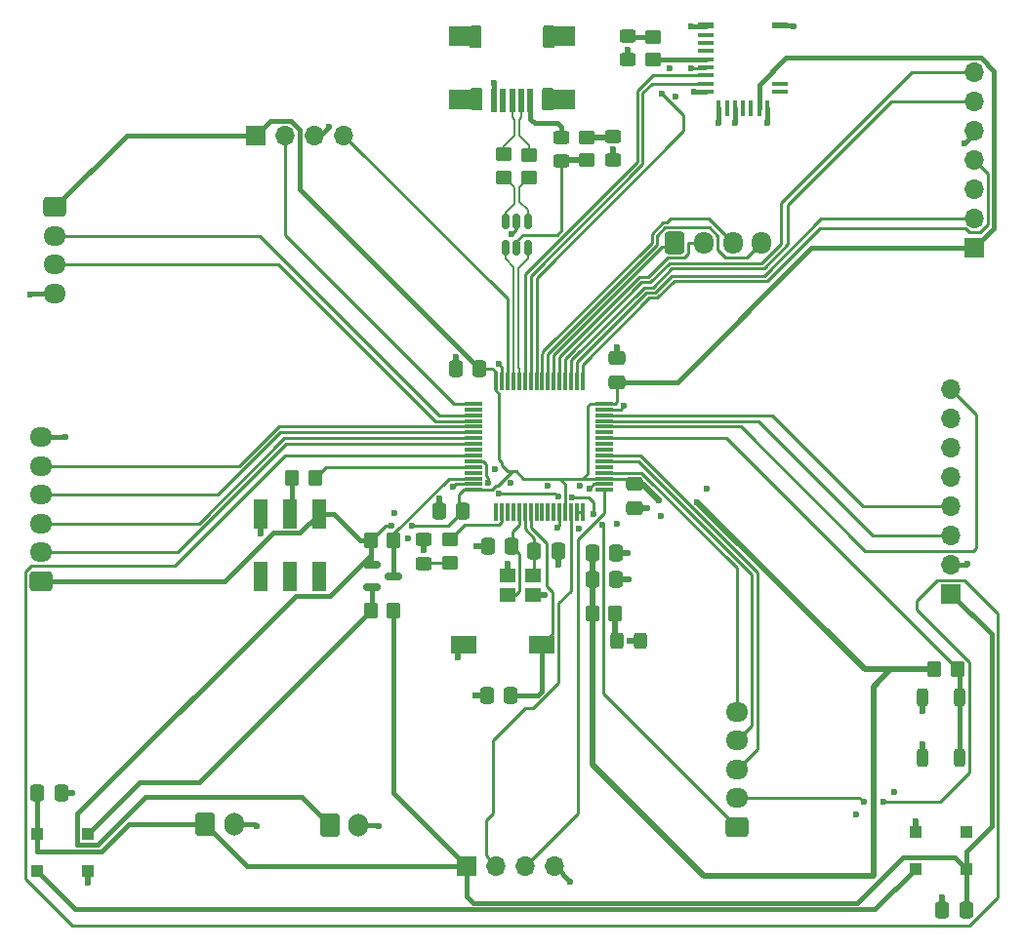
<source format=gbr>
%TF.GenerationSoftware,KiCad,Pcbnew,9.0.1*%
%TF.CreationDate,2025-05-06T12:55:39-06:00*%
%TF.ProjectId,2025_04_STM32F103_RobotBrain,32303235-5f30-4345-9f53-544d33324631,rev?*%
%TF.SameCoordinates,Original*%
%TF.FileFunction,Copper,L1,Top*%
%TF.FilePolarity,Positive*%
%FSLAX46Y46*%
G04 Gerber Fmt 4.6, Leading zero omitted, Abs format (unit mm)*
G04 Created by KiCad (PCBNEW 9.0.1) date 2025-05-06 12:55:39*
%MOMM*%
%LPD*%
G01*
G04 APERTURE LIST*
G04 Aperture macros list*
%AMRoundRect*
0 Rectangle with rounded corners*
0 $1 Rounding radius*
0 $2 $3 $4 $5 $6 $7 $8 $9 X,Y pos of 4 corners*
0 Add a 4 corners polygon primitive as box body*
4,1,4,$2,$3,$4,$5,$6,$7,$8,$9,$2,$3,0*
0 Add four circle primitives for the rounded corners*
1,1,$1+$1,$2,$3*
1,1,$1+$1,$4,$5*
1,1,$1+$1,$6,$7*
1,1,$1+$1,$8,$9*
0 Add four rect primitives between the rounded corners*
20,1,$1+$1,$2,$3,$4,$5,0*
20,1,$1+$1,$4,$5,$6,$7,0*
20,1,$1+$1,$6,$7,$8,$9,0*
20,1,$1+$1,$8,$9,$2,$3,0*%
G04 Aperture macros list end*
%TA.AperFunction,SMDPad,CuDef*%
%ADD10RoundRect,0.250000X-0.450000X0.350000X-0.450000X-0.350000X0.450000X-0.350000X0.450000X0.350000X0*%
%TD*%
%TA.AperFunction,SMDPad,CuDef*%
%ADD11RoundRect,0.075000X0.075000X-0.700000X0.075000X0.700000X-0.075000X0.700000X-0.075000X-0.700000X0*%
%TD*%
%TA.AperFunction,SMDPad,CuDef*%
%ADD12RoundRect,0.075000X0.700000X-0.075000X0.700000X0.075000X-0.700000X0.075000X-0.700000X-0.075000X0*%
%TD*%
%TA.AperFunction,SMDPad,CuDef*%
%ADD13RoundRect,0.250000X0.350000X0.450000X-0.350000X0.450000X-0.350000X-0.450000X0.350000X-0.450000X0*%
%TD*%
%TA.AperFunction,SMDPad,CuDef*%
%ADD14RoundRect,0.250000X0.450000X-0.350000X0.450000X0.350000X-0.450000X0.350000X-0.450000X-0.350000X0*%
%TD*%
%TA.AperFunction,SMDPad,CuDef*%
%ADD15RoundRect,0.250000X-0.337500X-0.475000X0.337500X-0.475000X0.337500X0.475000X-0.337500X0.475000X0*%
%TD*%
%TA.AperFunction,ComponentPad*%
%ADD16R,1.700000X1.700000*%
%TD*%
%TA.AperFunction,ComponentPad*%
%ADD17O,1.700000X1.700000*%
%TD*%
%TA.AperFunction,ComponentPad*%
%ADD18RoundRect,0.250000X0.725000X-0.600000X0.725000X0.600000X-0.725000X0.600000X-0.725000X-0.600000X0*%
%TD*%
%TA.AperFunction,ComponentPad*%
%ADD19O,1.950000X1.700000*%
%TD*%
%TA.AperFunction,SMDPad,CuDef*%
%ADD20RoundRect,0.250000X0.450000X-0.325000X0.450000X0.325000X-0.450000X0.325000X-0.450000X-0.325000X0*%
%TD*%
%TA.AperFunction,SMDPad,CuDef*%
%ADD21RoundRect,0.150000X-0.587500X-0.150000X0.587500X-0.150000X0.587500X0.150000X-0.587500X0.150000X0*%
%TD*%
%TA.AperFunction,SMDPad,CuDef*%
%ADD22RoundRect,0.250000X-0.450000X0.325000X-0.450000X-0.325000X0.450000X-0.325000X0.450000X0.325000X0*%
%TD*%
%TA.AperFunction,SMDPad,CuDef*%
%ADD23RoundRect,0.250000X-0.350000X-0.450000X0.350000X-0.450000X0.350000X0.450000X-0.350000X0.450000X0*%
%TD*%
%TA.AperFunction,SMDPad,CuDef*%
%ADD24R,1.000000X1.000000*%
%TD*%
%TA.AperFunction,SMDPad,CuDef*%
%ADD25RoundRect,0.250000X0.337500X0.475000X-0.337500X0.475000X-0.337500X-0.475000X0.337500X-0.475000X0*%
%TD*%
%TA.AperFunction,ComponentPad*%
%ADD26RoundRect,0.250000X-0.725000X0.600000X-0.725000X-0.600000X0.725000X-0.600000X0.725000X0.600000X0*%
%TD*%
%TA.AperFunction,SMDPad,CuDef*%
%ADD27R,1.400000X0.600000*%
%TD*%
%TA.AperFunction,SMDPad,CuDef*%
%ADD28R,1.400000X0.400000*%
%TD*%
%TA.AperFunction,SMDPad,CuDef*%
%ADD29R,0.400000X1.400000*%
%TD*%
%TA.AperFunction,SMDPad,CuDef*%
%ADD30RoundRect,0.250000X-0.475000X0.337500X-0.475000X-0.337500X0.475000X-0.337500X0.475000X0.337500X0*%
%TD*%
%TA.AperFunction,SMDPad,CuDef*%
%ADD31RoundRect,0.150000X-0.150000X0.512500X-0.150000X-0.512500X0.150000X-0.512500X0.150000X0.512500X0*%
%TD*%
%TA.AperFunction,ComponentPad*%
%ADD32RoundRect,0.250000X-0.600000X-0.725000X0.600000X-0.725000X0.600000X0.725000X-0.600000X0.725000X0*%
%TD*%
%TA.AperFunction,ComponentPad*%
%ADD33O,1.700000X1.950000*%
%TD*%
%TA.AperFunction,SMDPad,CuDef*%
%ADD34R,1.400000X1.200000*%
%TD*%
%TA.AperFunction,SMDPad,CuDef*%
%ADD35R,2.300000X1.500000*%
%TD*%
%TA.AperFunction,ComponentPad*%
%ADD36RoundRect,0.250000X-0.600000X-0.750000X0.600000X-0.750000X0.600000X0.750000X-0.600000X0.750000X0*%
%TD*%
%TA.AperFunction,ComponentPad*%
%ADD37O,1.700000X2.000000*%
%TD*%
%TA.AperFunction,SMDPad,CuDef*%
%ADD38RoundRect,0.250000X0.325000X0.450000X-0.325000X0.450000X-0.325000X-0.450000X0.325000X-0.450000X0*%
%TD*%
%TA.AperFunction,SMDPad,CuDef*%
%ADD39RoundRect,0.250000X0.475000X-0.337500X0.475000X0.337500X-0.475000X0.337500X-0.475000X-0.337500X0*%
%TD*%
%TA.AperFunction,SMDPad,CuDef*%
%ADD40RoundRect,0.250000X-0.250000X0.525000X-0.250000X-0.525000X0.250000X-0.525000X0.250000X0.525000X0*%
%TD*%
%TA.AperFunction,SMDPad,CuDef*%
%ADD41R,1.200000X2.500000*%
%TD*%
%TA.AperFunction,SMDPad,CuDef*%
%ADD42R,0.500000X2.000000*%
%TD*%
%TA.AperFunction,SMDPad,CuDef*%
%ADD43R,2.000000X1.700000*%
%TD*%
%TA.AperFunction,ViaPad*%
%ADD44C,0.600000*%
%TD*%
%TA.AperFunction,Conductor*%
%ADD45C,0.254000*%
%TD*%
%TA.AperFunction,Conductor*%
%ADD46C,0.381000*%
%TD*%
%TA.AperFunction,Conductor*%
%ADD47C,0.508000*%
%TD*%
%TA.AperFunction,Conductor*%
%ADD48C,0.200000*%
%TD*%
G04 APERTURE END LIST*
D10*
%TO.P,R2,1*%
%TO.N,/D+*%
X137680000Y-41715000D03*
%TO.P,R2,2*%
%TO.N,/USB_CONN_D+*%
X137680000Y-43715000D03*
%TD*%
D11*
%TO.P,U1,1,VBAT*%
%TO.N,unconnected-(U1-VBAT-Pad1)*%
X136990000Y-72760000D03*
%TO.P,U1,2,PC13*%
%TO.N,/USER_LED*%
X137490000Y-72760000D03*
%TO.P,U1,3,PC14*%
%TO.N,unconnected-(U1-PC14-Pad3)*%
X137990000Y-72760000D03*
%TO.P,U1,4,PC15*%
%TO.N,unconnected-(U1-PC15-Pad4)*%
X138490000Y-72760000D03*
%TO.P,U1,5,RCC_OSC_IN*%
%TO.N,/OSC_IN*%
X138990000Y-72760000D03*
%TO.P,U1,6,RCC_OSC_OUT*%
%TO.N,/OSC_OUT*%
X139490000Y-72760000D03*
%TO.P,U1,7,NRST*%
%TO.N,/RESET*%
X139990000Y-72760000D03*
%TO.P,U1,8,PC0*%
%TO.N,unconnected-(U1-PC0-Pad8)*%
X140490000Y-72760000D03*
%TO.P,U1,9,PC1*%
%TO.N,unconnected-(U1-PC1-Pad9)*%
X140990000Y-72760000D03*
%TO.P,U1,10,PC2*%
%TO.N,unconnected-(U1-PC2-Pad10)*%
X141490000Y-72760000D03*
%TO.P,U1,11,PC3*%
%TO.N,unconnected-(U1-PC3-Pad11)*%
X141990000Y-72760000D03*
%TO.P,U1,12,VSSA*%
%TO.N,GND*%
X142490000Y-72760000D03*
%TO.P,U1,13,VDDA*%
%TO.N,+3V3*%
X142990000Y-72760000D03*
%TO.P,U1,14,PA0*%
%TO.N,/ULTRA_TRIG*%
X143490000Y-72760000D03*
%TO.P,U1,15,PA1*%
%TO.N,Net-(U1-PA1)*%
X143990000Y-72760000D03*
%TO.P,U1,16,PA2*%
X144490000Y-72760000D03*
D12*
%TO.P,U1,17,PA3*%
%TO.N,/ULTRA_ECHO*%
X146415000Y-70835000D03*
%TO.P,U1,18,VSS*%
%TO.N,GND*%
X146415000Y-70335000D03*
%TO.P,U1,19,VDD*%
%TO.N,+3V3*%
X146415000Y-69835000D03*
%TO.P,U1,20,PA4*%
%TO.N,/PWR_ADC*%
X146415000Y-69335000D03*
%TO.P,U1,21,PA5*%
%TO.N,unconnected-(U1-PA5-Pad21)*%
X146415000Y-68835000D03*
%TO.P,U1,22,PA6*%
%TO.N,/E1B*%
X146415000Y-68335000D03*
%TO.P,U1,23,PA7*%
%TO.N,/E1A*%
X146415000Y-67835000D03*
%TO.P,U1,24,PC4*%
%TO.N,unconnected-(U1-PC4-Pad24)*%
X146415000Y-67335000D03*
%TO.P,U1,25,PC5*%
%TO.N,unconnected-(U1-PC5-Pad25)*%
X146415000Y-66835000D03*
%TO.P,U1,26,PB0*%
%TO.N,/uBUTTON*%
X146415000Y-66335000D03*
%TO.P,U1,27,PB1*%
%TO.N,unconnected-(U1-PB1-Pad27)*%
X146415000Y-65835000D03*
%TO.P,U1,28,PB2*%
%TO.N,/IMU_INT*%
X146415000Y-65335000D03*
%TO.P,U1,29,PB10*%
%TO.N,/IMU_I2C_SCL*%
X146415000Y-64835000D03*
%TO.P,U1,30,PB11*%
%TO.N,/IMU_I2C_SDA*%
X146415000Y-64335000D03*
%TO.P,U1,31,VSS*%
%TO.N,GND*%
X146415000Y-63835000D03*
%TO.P,U1,32,VDD*%
%TO.N,+3V3*%
X146415000Y-63335000D03*
D11*
%TO.P,U1,33,PB12*%
%TO.N,/PS2_CS*%
X144490000Y-61410000D03*
%TO.P,U1,34,PB13*%
%TO.N,/PS2_SCK*%
X143990000Y-61410000D03*
%TO.P,U1,35,PB14*%
%TO.N,/PS2_MISO*%
X143490000Y-61410000D03*
%TO.P,U1,36,PB15*%
%TO.N,/PS2_MOSI*%
X142990000Y-61410000D03*
%TO.P,U1,37,PC6*%
%TO.N,/AN1*%
X142490000Y-61410000D03*
%TO.P,U1,38,PC7*%
%TO.N,/AN2*%
X141990000Y-61410000D03*
%TO.P,U1,39,PC8*%
%TO.N,/BN1*%
X141490000Y-61410000D03*
%TO.P,U1,40,PC9*%
%TO.N,/BN2*%
X140990000Y-61410000D03*
%TO.P,U1,41,PA8*%
%TO.N,/BL_WAKEUP*%
X140490000Y-61410000D03*
%TO.P,U1,42,PA9*%
%TO.N,/BL_RX*%
X139990000Y-61410000D03*
%TO.P,U1,43,PA10*%
%TO.N,/BL_TX*%
X139490000Y-61410000D03*
%TO.P,U1,44,USB_DM*%
%TO.N,/USB_D-*%
X138990000Y-61410000D03*
%TO.P,U1,45,USB_DP*%
%TO.N,/USB_D+*%
X138490000Y-61410000D03*
%TO.P,U1,46,SYS_JTMS-SWDIO*%
%TO.N,/SWDIO*%
X137990000Y-61410000D03*
%TO.P,U1,47,VSS*%
%TO.N,GND*%
X137490000Y-61410000D03*
%TO.P,U1,48,VDD*%
%TO.N,+3V3*%
X136990000Y-61410000D03*
D12*
%TO.P,U1,49,SYS_JTCK-SWCLK*%
%TO.N,/SWCLK*%
X135065000Y-63335000D03*
%TO.P,U1,50,PA15*%
%TO.N,unconnected-(U1-PA15-Pad50)*%
X135065000Y-63835000D03*
%TO.P,U1,51,PC10*%
%TO.N,/USER_TX*%
X135065000Y-64335000D03*
%TO.P,U1,52,PC11*%
%TO.N,/USER_RX*%
X135065000Y-64835000D03*
%TO.P,U1,53,PC12*%
%TO.N,/X4*%
X135065000Y-65335000D03*
%TO.P,U1,54,PD2*%
%TO.N,/X3*%
X135065000Y-65835000D03*
%TO.P,U1,55,PB3*%
%TO.N,/X2*%
X135065000Y-66335000D03*
%TO.P,U1,56,PB4*%
%TO.N,/X1*%
X135065000Y-66835000D03*
%TO.P,U1,57,PB5*%
%TO.N,unconnected-(U1-PB5-Pad57)*%
X135065000Y-67335000D03*
%TO.P,U1,58,PB6*%
%TO.N,/E2B*%
X135065000Y-67835000D03*
%TO.P,U1,59,PB7*%
%TO.N,/E2A*%
X135065000Y-68335000D03*
%TO.P,U1,60,BOOT0*%
%TO.N,/BOOT*%
X135065000Y-68835000D03*
%TO.P,U1,61,PB8*%
%TO.N,unconnected-(U1-PB8-Pad61)*%
X135065000Y-69335000D03*
%TO.P,U1,62,PB9*%
%TO.N,/RGB_DIN*%
X135065000Y-69835000D03*
%TO.P,U1,63,VSS*%
%TO.N,GND*%
X135065000Y-70335000D03*
%TO.P,U1,64,VDD*%
%TO.N,+3V3*%
X135065000Y-70835000D03*
%TD*%
D13*
%TO.P,R9,1*%
%TO.N,+5V*%
X128117500Y-81300000D03*
%TO.P,R9,2*%
%TO.N,Net-(LED1-DIN)*%
X126117500Y-81300000D03*
%TD*%
D14*
%TO.P,R3,1*%
%TO.N,/USB_CONN_D-*%
X139860000Y-43735000D03*
%TO.P,R3,2*%
%TO.N,/D-*%
X139860000Y-41735000D03*
%TD*%
D15*
%TO.P,C12,1*%
%TO.N,+5V*%
X97200000Y-97150000D03*
%TO.P,C12,2*%
%TO.N,GND*%
X99275000Y-97150000D03*
%TD*%
D16*
%TO.P,J9,1,Pin_1*%
%TO.N,+3V3*%
X178500000Y-49800000D03*
D17*
%TO.P,J9,2,Pin_2*%
%TO.N,/PS2_SCK*%
X178500000Y-47260000D03*
%TO.P,J9,3,Pin_3*%
%TO.N,unconnected-(J9-Pin_3-Pad3)*%
X178500000Y-44720000D03*
%TO.P,J9,4,Pin_4*%
%TO.N,/PS2_CS*%
X178500000Y-42180000D03*
%TO.P,J9,5,Pin_5*%
%TO.N,GND*%
X178500000Y-39640000D03*
%TO.P,J9,6,Pin_6*%
%TO.N,/PS2_MISO*%
X178500000Y-37100000D03*
%TO.P,J9,7,Pin_7*%
%TO.N,/PS2_MOSI*%
X178500000Y-34560000D03*
%TD*%
D18*
%TO.P,J8,1,Pin_1*%
%TO.N,/E2A*%
X157890000Y-100070000D03*
D19*
%TO.P,J8,2,Pin_2*%
%TO.N,/E2B*%
X157890000Y-97570000D03*
%TO.P,J8,3,Pin_3*%
%TO.N,/E1A*%
X157890000Y-95070000D03*
%TO.P,J8,4,Pin_4*%
%TO.N,/E1B*%
X157890000Y-92570000D03*
%TO.P,J8,5,Pin_5*%
%TO.N,/PWR_ADC*%
X157890000Y-90070000D03*
%TD*%
D16*
%TO.P,J2,1,Pin_1*%
%TO.N,+5V*%
X176465000Y-79835000D03*
D17*
%TO.P,J2,2,Pin_2*%
%TO.N,GND*%
X176465000Y-77295000D03*
%TO.P,J2,3,Pin_3*%
%TO.N,/IMU_I2C_SCL*%
X176465000Y-74755000D03*
%TO.P,J2,4,Pin_4*%
%TO.N,/IMU_I2C_SDA*%
X176465000Y-72215000D03*
%TO.P,J2,5,Pin_5*%
%TO.N,unconnected-(J2-Pin_5-Pad5)*%
X176465000Y-69675000D03*
%TO.P,J2,6,Pin_6*%
%TO.N,unconnected-(J2-Pin_6-Pad6)*%
X176465000Y-67135000D03*
%TO.P,J2,7,Pin_7*%
%TO.N,unconnected-(J2-Pin_7-Pad7)*%
X176465000Y-64595000D03*
%TO.P,J2,8,Pin_8*%
%TO.N,/IMU_INT*%
X176465000Y-62055000D03*
%TD*%
D20*
%TO.P,D4,1,K*%
%TO.N,GND*%
X148410000Y-33500000D03*
%TO.P,D4,2,A*%
%TO.N,Net-(D4-A)*%
X148410000Y-31450000D03*
%TD*%
D21*
%TO.P,Q1,1,G*%
%TO.N,+3V3*%
X126210000Y-77360000D03*
%TO.P,Q1,2,S*%
%TO.N,Net-(LED1-DIN)*%
X126210000Y-79260000D03*
%TO.P,Q1,3,D*%
%TO.N,/RGB_DIN*%
X128085000Y-78310000D03*
%TD*%
D22*
%TO.P,D3,1,K*%
%TO.N,GND*%
X130690000Y-75155000D03*
%TO.P,D3,2,A*%
%TO.N,Net-(D3-A)*%
X130690000Y-77205000D03*
%TD*%
D23*
%TO.P,R5,1*%
%TO.N,+3V3*%
X145347500Y-81570000D03*
%TO.P,R5,2*%
%TO.N,Net-(D2-A)*%
X147347500Y-81570000D03*
%TD*%
D24*
%TO.P,LED1,1,VDD*%
%TO.N,+5V*%
X97150000Y-100700000D03*
%TO.P,LED1,2,DOUT*%
%TO.N,Net-(LED1-DOUT)*%
X97150000Y-103900000D03*
%TO.P,LED1,3,VSS*%
%TO.N,GND*%
X101550000Y-103900000D03*
%TO.P,LED1,4,DIN*%
%TO.N,Net-(LED1-DIN)*%
X101550000Y-100700000D03*
%TD*%
D22*
%TO.P,F1,1*%
%TO.N,Net-(J1-VBUS)*%
X142670000Y-40210000D03*
%TO.P,F1,2*%
%TO.N,Vusb*%
X142670000Y-42260000D03*
%TD*%
D25*
%TO.P,C9,1*%
%TO.N,/OSC_IN*%
X138337500Y-75730000D03*
%TO.P,C9,2*%
%TO.N,GND*%
X136262500Y-75730000D03*
%TD*%
D13*
%TO.P,R10,1*%
%TO.N,/RGB_DIN*%
X128117500Y-75210000D03*
%TO.P,R10,2*%
%TO.N,+3V3*%
X126117500Y-75210000D03*
%TD*%
D16*
%TO.P,J4,1,Pin_1*%
%TO.N,+3V3*%
X116160000Y-40040000D03*
D17*
%TO.P,J4,2,Pin_2*%
%TO.N,/SWCLK*%
X118700000Y-40040000D03*
%TO.P,J4,3,Pin_3*%
%TO.N,GND*%
X121240000Y-40040000D03*
%TO.P,J4,4,Pin_4*%
%TO.N,/SWDIO*%
X123780000Y-40040000D03*
%TD*%
D23*
%TO.P,R8,1*%
%TO.N,+3V3*%
X175000000Y-86410000D03*
%TO.P,R8,2*%
%TO.N,/uBUTTON*%
X177000000Y-86410000D03*
%TD*%
D26*
%TO.P,J11,1,Pin_1*%
%TO.N,+3V3*%
X98720000Y-46270000D03*
D19*
%TO.P,J11,2,Pin_2*%
%TO.N,/USER_TX*%
X98720000Y-48770000D03*
%TO.P,J11,3,Pin_3*%
%TO.N,/USER_RX*%
X98720000Y-51270000D03*
%TO.P,J11,4,Pin_4*%
%TO.N,GND*%
X98720000Y-53770000D03*
%TD*%
D27*
%TO.P,MDBT42T-AT1,1,GND@1*%
%TO.N,GND*%
X155200000Y-30540000D03*
D28*
%TO.P,MDBT42T-AT1,2,NC@2*%
%TO.N,unconnected-(MDBT42T-AT1-NC@2-Pad2)*%
X155200000Y-31340000D03*
%TO.P,MDBT42T-AT1,3,NC@3*%
%TO.N,unconnected-(MDBT42T-AT1-NC@3-Pad3)*%
X155200000Y-32040000D03*
%TO.P,MDBT42T-AT1,4,RESET*%
%TO.N,unconnected-(MDBT42T-AT1-RESET-Pad4)*%
X155200000Y-32740000D03*
%TO.P,MDBT42T-AT1,5,INDICATOR*%
%TO.N,Net-(MDBT42T-AT1-INDICATOR)*%
X155200000Y-33440000D03*
%TO.P,MDBT42T-AT1,6,WAKEUP*%
%TO.N,/BL_WAKEUP*%
X155200000Y-34140000D03*
%TO.P,MDBT42T-AT1,7,TX*%
%TO.N,/BL_TX*%
X155200000Y-34840000D03*
%TO.P,MDBT42T-AT1,8,RX*%
%TO.N,/BL_RX*%
X155200000Y-35540000D03*
%TO.P,MDBT42T-AT1,9,UART_PD*%
%TO.N,GND*%
X155200000Y-36240000D03*
D29*
%TO.P,MDBT42T-AT1,10,GND@10*%
X156300000Y-37740000D03*
%TO.P,MDBT42T-AT1,11,ADC*%
%TO.N,unconnected-(MDBT42T-AT1-ADC-Pad11)*%
X157000000Y-37740000D03*
%TO.P,MDBT42T-AT1,12,FLASH_DEFAULT*%
%TO.N,GND*%
X157700000Y-37740000D03*
%TO.P,MDBT42T-AT1,13,RTS/XL2*%
%TO.N,unconnected-(MDBT42T-AT1-RTS{slash}XL2-Pad13)*%
X158400000Y-37740000D03*
%TO.P,MDBT42T-AT1,14,CTS/XL1*%
%TO.N,unconnected-(MDBT42T-AT1-CTS{slash}XL1-Pad14)*%
X159100000Y-37740000D03*
%TO.P,MDBT42T-AT1,15,VDD*%
%TO.N,+3V3*%
X159800000Y-37740000D03*
%TO.P,MDBT42T-AT1,16,GND@16*%
%TO.N,GND*%
X160500000Y-37740000D03*
D28*
%TO.P,MDBT42T-AT1,17,DCC*%
%TO.N,unconnected-(MDBT42T-AT1-DCC-Pad17)*%
X161600000Y-36240000D03*
%TO.P,MDBT42T-AT1,18,DEC4*%
%TO.N,unconnected-(MDBT42T-AT1-DEC4-Pad18)*%
X161600000Y-35540000D03*
D27*
%TO.P,MDBT42T-AT1,19,GND@19*%
%TO.N,GND*%
X161600000Y-30540000D03*
%TD*%
D25*
%TO.P,C2,1*%
%TO.N,+3V3*%
X135577500Y-60340000D03*
%TO.P,C2,2*%
%TO.N,GND*%
X133502500Y-60340000D03*
%TD*%
D10*
%TO.P,R6,1*%
%TO.N,/USER_LED*%
X132960000Y-75150000D03*
%TO.P,R6,2*%
%TO.N,Net-(D3-A)*%
X132960000Y-77150000D03*
%TD*%
D14*
%TO.P,R7,1*%
%TO.N,Net-(MDBT42T-AT1-INDICATOR)*%
X150640000Y-33475000D03*
%TO.P,R7,2*%
%TO.N,Net-(D4-A)*%
X150640000Y-31475000D03*
%TD*%
D30*
%TO.P,C4,1*%
%TO.N,+3V3*%
X148960000Y-70302500D03*
%TO.P,C4,2*%
%TO.N,GND*%
X148960000Y-72377500D03*
%TD*%
D31*
%TO.P,U2,1,I/O1*%
%TO.N,/USB_CONN_D-*%
X139730000Y-47510000D03*
%TO.P,U2,2,GND*%
%TO.N,GND*%
X138780000Y-47510000D03*
%TO.P,U2,3,I/O2*%
%TO.N,/USB_CONN_D+*%
X137830000Y-47510000D03*
%TO.P,U2,4,I/O2*%
%TO.N,/USB_D+*%
X137830000Y-49785000D03*
%TO.P,U2,5,VBUS*%
%TO.N,Vusb*%
X138780000Y-49785000D03*
%TO.P,U2,6,I/O1*%
%TO.N,/USB_D-*%
X139730000Y-49785000D03*
%TD*%
D15*
%TO.P,C5,1*%
%TO.N,+3V3*%
X145352500Y-76290000D03*
%TO.P,C5,2*%
%TO.N,GND*%
X147427500Y-76290000D03*
%TD*%
D16*
%TO.P,J3,1,Pin_1*%
%TO.N,+5V*%
X134460000Y-103485000D03*
D17*
%TO.P,J3,2,Pin_2*%
%TO.N,/ULTRA_TRIG*%
X137000000Y-103485000D03*
%TO.P,J3,3,Pin_3*%
%TO.N,/ULTRA_ECHO*%
X139540000Y-103485000D03*
%TO.P,J3,4,Pin_4*%
%TO.N,GND*%
X142080000Y-103485000D03*
%TD*%
D32*
%TO.P,J7,1,Pin_1*%
%TO.N,/AN2*%
X152510000Y-49370000D03*
D33*
%TO.P,J7,2,Pin_2*%
%TO.N,/AN1*%
X155010000Y-49370000D03*
%TO.P,J7,3,Pin_3*%
%TO.N,/BN2*%
X157510000Y-49370000D03*
%TO.P,J7,4,Pin_4*%
%TO.N,/BN1*%
X160010000Y-49370000D03*
%TD*%
D34*
%TO.P,Y2,1,1*%
%TO.N,/OSC_IN*%
X137952500Y-79920000D03*
%TO.P,Y2,2,2*%
%TO.N,GND*%
X140152500Y-79920000D03*
%TO.P,Y2,3,3*%
%TO.N,/OSC_OUT*%
X140152500Y-78220000D03*
%TO.P,Y2,4,4*%
%TO.N,GND*%
X137952500Y-78220000D03*
%TD*%
D35*
%TO.P,SW1,1,A*%
%TO.N,GND*%
X134220000Y-84280000D03*
%TO.P,SW1,2,B*%
%TO.N,/RESET*%
X140920000Y-84280000D03*
%TD*%
D15*
%TO.P,C6,1*%
%TO.N,+3V3*%
X145352500Y-78580000D03*
%TO.P,C6,2*%
%TO.N,GND*%
X147427500Y-78580000D03*
%TD*%
D36*
%TO.P,J5,1,Pin_1*%
%TO.N,+5V*%
X111750000Y-99875000D03*
D37*
%TO.P,J5,2,Pin_2*%
%TO.N,GND*%
X114250000Y-99875000D03*
%TD*%
D38*
%TO.P,D2,1,K*%
%TO.N,GND*%
X149492500Y-83950000D03*
%TO.P,D2,2,A*%
%TO.N,Net-(D2-A)*%
X147442500Y-83950000D03*
%TD*%
D25*
%TO.P,C1,1*%
%TO.N,+3V3*%
X134137500Y-72690000D03*
%TO.P,C1,2*%
%TO.N,GND*%
X132062500Y-72690000D03*
%TD*%
D24*
%TO.P,LED2,1,VDD*%
%TO.N,+5V*%
X177760000Y-103740000D03*
%TO.P,LED2,2,DOUT*%
%TO.N,unconnected-(LED2-DOUT-Pad2)*%
X177760000Y-100540000D03*
%TO.P,LED2,3,VSS*%
%TO.N,GND*%
X173360000Y-100540000D03*
%TO.P,LED2,4,DIN*%
%TO.N,Net-(LED1-DOUT)*%
X173360000Y-103740000D03*
%TD*%
D15*
%TO.P,C8,1*%
%TO.N,/OSC_OUT*%
X140312500Y-76140000D03*
%TO.P,C8,2*%
%TO.N,GND*%
X142387500Y-76140000D03*
%TD*%
D13*
%TO.P,R1,1*%
%TO.N,/BOOT*%
X121300000Y-69810000D03*
%TO.P,R1,2*%
%TO.N,Net-(R1-Pad2)*%
X119300000Y-69810000D03*
%TD*%
D18*
%TO.P,J10,1,Pin_1*%
%TO.N,+3V3*%
X97510000Y-78760000D03*
D19*
%TO.P,J10,2,Pin_2*%
%TO.N,/X1*%
X97510000Y-76260000D03*
%TO.P,J10,3,Pin_3*%
%TO.N,/X2*%
X97510000Y-73760000D03*
%TO.P,J10,4,Pin_4*%
%TO.N,/X3*%
X97510000Y-71260000D03*
%TO.P,J10,5,Pin_5*%
%TO.N,/X4*%
X97510000Y-68760000D03*
%TO.P,J10,6,Pin_6*%
%TO.N,GND*%
X97510000Y-66260000D03*
%TD*%
D39*
%TO.P,C3,1*%
%TO.N,+3V3*%
X147470000Y-61457500D03*
%TO.P,C3,2*%
%TO.N,GND*%
X147470000Y-59382500D03*
%TD*%
D40*
%TO.P,SW2,1,A*%
%TO.N,/uBUTTON*%
X177200000Y-88835000D03*
X177200000Y-94085000D03*
%TO.P,SW2,2,B*%
%TO.N,GND*%
X174000000Y-88835000D03*
X174000000Y-94085000D03*
%TD*%
D20*
%TO.P,D1,1,K*%
%TO.N,GND*%
X147160000Y-42210000D03*
%TO.P,D1,2,A*%
%TO.N,Net-(D1-A)*%
X147160000Y-40160000D03*
%TD*%
D41*
%TO.P,S1,1*%
%TO.N,+3V3*%
X121610000Y-72880000D03*
%TO.P,S1,2*%
%TO.N,Net-(R1-Pad2)*%
X119110000Y-72880000D03*
%TO.P,S1,3*%
%TO.N,GND*%
X116610000Y-72880000D03*
%TO.P,S1,4*%
%TO.N,unconnected-(S1-Pad4)*%
X121610000Y-78380000D03*
%TO.P,S1,5*%
%TO.N,unconnected-(S1-Pad5)*%
X119110000Y-78380000D03*
%TO.P,S1,6*%
%TO.N,unconnected-(S1-Pad6)*%
X116610000Y-78380000D03*
%TD*%
D25*
%TO.P,C11,1*%
%TO.N,+5V*%
X177747500Y-107320000D03*
%TO.P,C11,2*%
%TO.N,GND*%
X175672500Y-107320000D03*
%TD*%
D42*
%TO.P,J1,1,VBUS*%
%TO.N,Net-(J1-VBUS)*%
X139980000Y-37000000D03*
%TO.P,J1,2,D-*%
%TO.N,/D-*%
X139180000Y-37000000D03*
%TO.P,J1,3,D+*%
%TO.N,/D+*%
X138380000Y-37000000D03*
%TO.P,J1,4,ID*%
%TO.N,unconnected-(J1-ID-Pad4)*%
X137580000Y-37000000D03*
%TO.P,J1,5,GND*%
%TO.N,GND*%
X136780000Y-37000000D03*
D43*
%TO.P,J1,6,Shield*%
X142830000Y-36900000D03*
X142830000Y-31450000D03*
X133930000Y-36900000D03*
X133930000Y-31450000D03*
%TD*%
D25*
%TO.P,C7,1*%
%TO.N,/RESET*%
X138247500Y-88630000D03*
%TO.P,C7,2*%
%TO.N,GND*%
X136172500Y-88630000D03*
%TD*%
D14*
%TO.P,R4,1*%
%TO.N,Vusb*%
X144880000Y-42215000D03*
%TO.P,R4,2*%
%TO.N,Net-(D1-A)*%
X144880000Y-40215000D03*
%TD*%
D36*
%TO.P,J6,1,Pin_1*%
%TO.N,+3V3*%
X122580000Y-99900000D03*
D37*
%TO.P,J6,2,Pin_2*%
%TO.N,GND*%
X125080000Y-99900000D03*
%TD*%
D44*
%TO.N,GND*%
X152010266Y-34209064D03*
X152527880Y-36711467D03*
X128158926Y-72809594D03*
X129367425Y-75056648D03*
X136892317Y-69006139D03*
X138240704Y-70239992D03*
X144219506Y-70470070D03*
X141501480Y-70468551D03*
X144195364Y-74152415D03*
X147459562Y-73725573D03*
X168199568Y-98983254D03*
X171497703Y-97007560D03*
X155263828Y-70758507D03*
X99627328Y-66257767D03*
%TO.N,/BL_WAKEUP*%
X151340211Y-36425050D03*
%TO.N,+3V3*%
X154446405Y-71868956D03*
%TO.N,GND*%
X177858744Y-77262615D03*
X177621873Y-40769299D03*
X122467056Y-39296329D03*
X96559334Y-53869482D03*
X143443394Y-104821771D03*
X116211571Y-100052783D03*
%TO.N,+3V3*%
X151107100Y-71699470D03*
X127945473Y-73929688D03*
X129688761Y-73959824D03*
%TO.N,/E2B*%
X170578757Y-97879593D03*
X168867223Y-97924633D03*
%TO.N,/E2A*%
X137191711Y-71135002D03*
X142363000Y-71437450D03*
X136337922Y-70207083D03*
X143617000Y-71485000D03*
X145425112Y-72930354D03*
X146237469Y-73891422D03*
%TO.N,/BL_WAKEUP*%
X153931212Y-34213000D03*
%TO.N,GND*%
X135300000Y-31060000D03*
X135310000Y-31970000D03*
X138320000Y-48630000D03*
X101550000Y-104940000D03*
X136780000Y-35480000D03*
X137200000Y-59890000D03*
X135310000Y-36460000D03*
X100250000Y-97140000D03*
X148430000Y-76280000D03*
X133260000Y-70570000D03*
X160490000Y-38990000D03*
X156300000Y-38970000D03*
X135310000Y-75730000D03*
X141240000Y-79920000D03*
X116610000Y-74610000D03*
X162820000Y-30550000D03*
X150070000Y-72380000D03*
X174000000Y-92900000D03*
X132070000Y-71580000D03*
X133640000Y-85390000D03*
X141410000Y-36420000D03*
X145110000Y-70690000D03*
X173350000Y-99580000D03*
X153880000Y-30560000D03*
X148580000Y-83950000D03*
X135220000Y-88640000D03*
X141420000Y-37150000D03*
X141430000Y-31900000D03*
X141430000Y-31090000D03*
X157700000Y-38950000D03*
X175680000Y-106180000D03*
X148460000Y-78570000D03*
X137960000Y-77270000D03*
X148070000Y-63560000D03*
X148400000Y-32585000D03*
X154140426Y-36240000D03*
X130690000Y-76070000D03*
X133510000Y-59260000D03*
X142390000Y-77290000D03*
X173990000Y-90010000D03*
X142300000Y-74080000D03*
X147470000Y-58420000D03*
X135310000Y-37250000D03*
X147170000Y-41280000D03*
X126847417Y-100026391D03*
X151273417Y-73116477D03*
%TD*%
D45*
%TO.N,+3V3*%
X142520000Y-69835000D02*
X139372135Y-69835000D01*
X139372135Y-69835000D02*
X138747135Y-69210000D01*
X137949985Y-69210000D02*
X137464992Y-68725007D01*
X138747135Y-69210000D02*
X137949985Y-69210000D01*
X137191559Y-68139207D02*
X137191559Y-62458567D01*
X137464992Y-68725007D02*
X137464992Y-68412640D01*
X137464992Y-68412640D02*
X137191559Y-68139207D01*
X137191559Y-62458567D02*
X137012000Y-62279008D01*
X137012000Y-62279008D02*
X137012000Y-61432000D01*
X137012000Y-61432000D02*
X136990000Y-61410000D01*
X138380883Y-69210000D02*
X137140883Y-70450000D01*
X137140883Y-70450000D02*
X136990000Y-70450000D01*
X136990000Y-70450000D02*
X136605000Y-70835000D01*
X136605000Y-70835000D02*
X135065000Y-70835000D01*
%TO.N,/E2A*%
X136337922Y-70207083D02*
X136337922Y-69748755D01*
X136337922Y-69748755D02*
X136168000Y-69578833D01*
X136168000Y-69079008D02*
X136168000Y-68590992D01*
X136168000Y-69090992D02*
X136162008Y-69085000D01*
X136162008Y-69085000D02*
X136168000Y-69079008D01*
X136168000Y-69578833D02*
X136168000Y-69090992D01*
X136168000Y-68590992D02*
X135912008Y-68335000D01*
X135912008Y-68335000D02*
X135065000Y-68335000D01*
D46*
%TO.N,GND*%
X99627328Y-66257767D02*
X99625095Y-66260000D01*
X99625095Y-66260000D02*
X97510000Y-66260000D01*
D45*
%TO.N,/BL_WAKEUP*%
X153931212Y-34213000D02*
X155127000Y-34213000D01*
X155127000Y-34213000D02*
X155200000Y-34140000D01*
D47*
%TO.N,+3V3*%
X175000000Y-86410000D02*
X168966531Y-86410000D01*
X168966531Y-86410000D02*
X154446405Y-71889874D01*
X154446405Y-71889874D02*
X154446405Y-71868956D01*
D46*
%TO.N,GND*%
X176465000Y-77295000D02*
X177826359Y-77295000D01*
X177826359Y-77295000D02*
X177858744Y-77262615D01*
X178500000Y-39640000D02*
X178500000Y-39891172D01*
X178500000Y-39891172D02*
X177621873Y-40769299D01*
X121240000Y-40040000D02*
X121723385Y-40040000D01*
X121723385Y-40040000D02*
X122467056Y-39296329D01*
X98720000Y-53770000D02*
X96658816Y-53770000D01*
X96658816Y-53770000D02*
X96559334Y-53869482D01*
X143443394Y-104821771D02*
X142106623Y-103485000D01*
X142106623Y-103485000D02*
X142080000Y-103485000D01*
X114250000Y-99875000D02*
X116033788Y-99875000D01*
X116033788Y-99875000D02*
X116211571Y-100052783D01*
X125080000Y-99900000D02*
X126721026Y-99900000D01*
X126721026Y-99900000D02*
X126847417Y-100026391D01*
X125080000Y-99920000D02*
X125000000Y-100000000D01*
X125080000Y-99900000D02*
X125080000Y-99920000D01*
%TO.N,+5V*%
X135000000Y-106663024D02*
X134460000Y-106123024D01*
X134460000Y-106123024D02*
X134460000Y-103485000D01*
D45*
%TO.N,/E2B*%
X118674337Y-67835000D02*
X109134452Y-77374885D01*
X96207000Y-104613000D02*
X100267675Y-108673675D01*
X109134452Y-77374885D02*
X98186059Y-77374885D01*
X135065000Y-67835000D02*
X118674337Y-67835000D01*
X98186059Y-77374885D02*
X98122944Y-77438000D01*
X180518500Y-81532500D02*
X177643000Y-78657000D01*
X98122944Y-77438000D02*
X96682658Y-77438000D01*
X178030667Y-108673675D02*
X180518500Y-106185842D01*
X96207000Y-77913658D02*
X96207000Y-104613000D01*
X180518500Y-106185842D02*
X180518500Y-81532500D01*
X96682658Y-77438000D02*
X96207000Y-77913658D01*
X100267675Y-108673675D02*
X178030667Y-108673675D01*
X177643000Y-78657000D02*
X175287000Y-78657000D01*
X175287000Y-78657000D02*
X173473127Y-80470873D01*
X175508270Y-97879593D02*
X170578757Y-97879593D01*
X173473127Y-80470873D02*
X173473127Y-81258785D01*
X173473127Y-81258785D02*
X178028000Y-85813658D01*
X178028000Y-85813658D02*
X178028000Y-95359863D01*
X178028000Y-95359863D02*
X175508270Y-97879593D01*
D46*
%TO.N,Net-(LED1-DOUT)*%
X173360000Y-103740000D02*
X169854976Y-107245024D01*
X169854976Y-107245024D02*
X100495024Y-107245024D01*
X100495024Y-107245024D02*
X97150000Y-103900000D01*
D45*
%TO.N,+3V3*%
X134137500Y-72690000D02*
X132867676Y-73959824D01*
X132867676Y-73959824D02*
X129688761Y-73959824D01*
X127945473Y-73929688D02*
X127397812Y-73929688D01*
X127397812Y-73929688D02*
X126117500Y-75210000D01*
D46*
X122580000Y-99900000D02*
X120160000Y-97480000D01*
X120160000Y-97480000D02*
X106553000Y-97480000D01*
X106553000Y-97480000D02*
X102441500Y-101591500D01*
X102441500Y-101591500D02*
X100658500Y-101591500D01*
X122601500Y-80021500D02*
X126117500Y-76505500D01*
X100658500Y-101591500D02*
X100658500Y-98945805D01*
X100658500Y-98945805D02*
X119582805Y-80021500D01*
X119582805Y-80021500D02*
X122601500Y-80021500D01*
X126117500Y-76505500D02*
X126117500Y-75210000D01*
D45*
%TO.N,/E2B*%
X168867223Y-97924633D02*
X168512590Y-97570000D01*
X168512590Y-97570000D02*
X157890000Y-97570000D01*
%TO.N,/E2A*%
X145425112Y-72930354D02*
X145425112Y-71893239D01*
X142363000Y-71437450D02*
X142060552Y-71135002D01*
X145016873Y-71485000D02*
X143617000Y-71485000D01*
X145425112Y-71893239D02*
X145016873Y-71485000D01*
X142060552Y-71135002D02*
X137191711Y-71135002D01*
%TO.N,/ULTRA_ECHO*%
X146415000Y-70835000D02*
X146415000Y-72827179D01*
X144121676Y-98903324D02*
X139540000Y-103485000D01*
X146415000Y-72827179D02*
X144121676Y-75120503D01*
X144121676Y-75120503D02*
X144121676Y-98903324D01*
%TO.N,/E2A*%
X157890000Y-100070000D02*
X146324236Y-88504236D01*
X146324236Y-88504236D02*
X146324236Y-73978189D01*
X146324236Y-73978189D02*
X146237469Y-73891422D01*
%TO.N,/E1A*%
X146415000Y-67835000D02*
X149504819Y-67835000D01*
X149504819Y-67835000D02*
X159648000Y-77978181D01*
X159648000Y-77978181D02*
X159648000Y-93312000D01*
X159648000Y-93312000D02*
X157890000Y-95070000D01*
%TO.N,/E1B*%
X146415000Y-68335000D02*
X149361352Y-68335000D01*
X149361352Y-68335000D02*
X159193000Y-78166648D01*
X159193000Y-78166648D02*
X159193000Y-91267000D01*
X159193000Y-91267000D02*
X157890000Y-92570000D01*
%TO.N,/PWR_ADC*%
X146415000Y-69335000D02*
X149629342Y-69335000D01*
X149629342Y-69335000D02*
X157890000Y-77595658D01*
X157890000Y-77595658D02*
X157890000Y-90070000D01*
D46*
%TO.N,GND*%
X154140426Y-36240000D02*
X155200000Y-36240000D01*
D45*
%TO.N,/BL_RX*%
X139990000Y-61410000D02*
X139990000Y-52256935D01*
X139990000Y-52256935D02*
X149694542Y-42552392D01*
X149694542Y-42552392D02*
X149694542Y-36370019D01*
X149694542Y-36370019D02*
X150524561Y-35540000D01*
X150524561Y-35540000D02*
X155200000Y-35540000D01*
%TO.N,/BL_TX*%
X149239542Y-42363925D02*
X149239542Y-36181551D01*
X139490000Y-52113467D02*
X149239542Y-42363925D01*
X150581093Y-34840000D02*
X155200000Y-34840000D01*
X139490000Y-61410000D02*
X139490000Y-52113467D01*
X149239542Y-36181551D02*
X150581093Y-34840000D01*
%TO.N,/ULTRA_TRIG*%
X143490000Y-79570066D02*
X142431330Y-80628736D01*
X142431330Y-80628736D02*
X142431330Y-87560466D01*
X136691430Y-92588202D02*
X136691430Y-98892558D01*
X143490000Y-72760000D02*
X143490000Y-79570066D01*
X142431330Y-87560466D02*
X140199882Y-89791914D01*
X136107442Y-99476546D02*
X136107442Y-102592442D01*
X139487718Y-89791914D02*
X136691430Y-92588202D01*
X140199882Y-89791914D02*
X139487718Y-89791914D01*
X136691430Y-98892558D02*
X136107442Y-99476546D01*
X136107442Y-102592442D02*
X137000000Y-103485000D01*
%TO.N,+3V3*%
X142990000Y-72760000D02*
X142990000Y-71912992D01*
%TO.N,/RESET*%
X139990000Y-72760000D02*
X139990000Y-74066532D01*
X139990000Y-74066532D02*
X141410734Y-75487266D01*
X141410734Y-75487266D02*
X141410734Y-79202607D01*
X141410734Y-79202607D02*
X141868000Y-79659873D01*
X141868000Y-79659873D02*
X141868000Y-83332000D01*
X141868000Y-83332000D02*
X140920000Y-84280000D01*
%TO.N,/USER_LED*%
X132960000Y-75150000D02*
X134247000Y-73863000D01*
X134247000Y-73863000D02*
X137234008Y-73863000D01*
X137234008Y-73863000D02*
X137490000Y-73607008D01*
X137490000Y-73607008D02*
X137490000Y-72760000D01*
%TO.N,/IMU_I2C_SDA*%
X146415000Y-64335000D02*
X160927439Y-64335000D01*
X160927439Y-64335000D02*
X168807439Y-72215000D01*
X168807439Y-72215000D02*
X176465000Y-72215000D01*
%TO.N,/IMU_I2C_SCL*%
X146415000Y-64835000D02*
X158683106Y-64835000D01*
X158683106Y-64835000D02*
X158690653Y-64842547D01*
X158690653Y-64842547D02*
X159779453Y-64842547D01*
X169691906Y-74755000D02*
X176465000Y-74755000D01*
X159779453Y-64842547D02*
X169691906Y-74755000D01*
%TO.N,/IMU_INT*%
X146415000Y-65335000D02*
X158189468Y-65335000D01*
X158189468Y-65335000D02*
X168971468Y-76117000D01*
X178658037Y-64248037D02*
X176465000Y-62055000D01*
X168971468Y-76117000D02*
X178408230Y-76117000D01*
X178408230Y-76117000D02*
X178658037Y-75867193D01*
X178658037Y-75867193D02*
X178658037Y-64248037D01*
%TO.N,/uBUTTON*%
X146415000Y-66335000D02*
X156925000Y-66335000D01*
X156925000Y-66335000D02*
X177000000Y-86410000D01*
%TO.N,/RGB_DIN*%
X135065000Y-69835000D02*
X132926873Y-69835000D01*
X132926873Y-69835000D02*
X128117500Y-74644373D01*
X128117500Y-74644373D02*
X128117500Y-75210000D01*
D46*
%TO.N,+5V*%
X128117500Y-81300000D02*
X128117500Y-97142500D01*
X128117500Y-97142500D02*
X134460000Y-103485000D01*
D47*
%TO.N,+3V3*%
X145347500Y-81570000D02*
X145347500Y-94702000D01*
X169732626Y-104354500D02*
X169732626Y-87877374D01*
X169732626Y-87877374D02*
X171200000Y-86410000D01*
X145347500Y-94702000D02*
X155000000Y-104354500D01*
X155000000Y-104354500D02*
X169732626Y-104354500D01*
X171200000Y-86410000D02*
X175000000Y-86410000D01*
D46*
%TO.N,/uBUTTON*%
X177200000Y-88835000D02*
X177200000Y-86610000D01*
X177200000Y-86610000D02*
X177000000Y-86410000D01*
X177200000Y-94085000D02*
X177200000Y-88835000D01*
%TO.N,+5V*%
X180000000Y-83370000D02*
X180000000Y-100000000D01*
X176465000Y-79835000D02*
X180000000Y-83370000D01*
X180000000Y-100000000D02*
X177760000Y-102240000D01*
X177760000Y-102240000D02*
X177760000Y-103740000D01*
X177747500Y-107320000D02*
X177747500Y-103752500D01*
X177747500Y-103752500D02*
X177760000Y-103740000D01*
D45*
%TO.N,/X4*%
X97510000Y-68760000D02*
X114717740Y-68760000D01*
X114717740Y-68760000D02*
X118142740Y-65335000D01*
X118142740Y-65335000D02*
X135065000Y-65335000D01*
%TO.N,/X3*%
X97510000Y-71260000D02*
X112861208Y-71260000D01*
X118286208Y-65835000D02*
X135065000Y-65835000D01*
X112861208Y-71260000D02*
X118286208Y-65835000D01*
%TO.N,/X2*%
X97510000Y-73760000D02*
X111217710Y-73760000D01*
X111217710Y-73760000D02*
X118642710Y-66335000D01*
X118642710Y-66335000D02*
X135065000Y-66335000D01*
%TO.N,/X1*%
X97510000Y-76260000D02*
X109361178Y-76260000D01*
X109361178Y-76260000D02*
X118786178Y-66835000D01*
X118786178Y-66835000D02*
X135065000Y-66835000D01*
%TO.N,/BOOT*%
X121300000Y-69810000D02*
X122275000Y-68835000D01*
X122275000Y-68835000D02*
X135065000Y-68835000D01*
%TO.N,/BN2*%
X157510000Y-49370000D02*
X155427026Y-47287026D01*
X141035000Y-58809118D02*
X141035000Y-58965000D01*
X151475190Y-47612000D02*
X150491344Y-48595847D01*
X151823539Y-47612000D02*
X151475190Y-47612000D01*
X152148513Y-47287026D02*
X151823539Y-47612000D01*
X155427026Y-47287026D02*
X152148513Y-47287026D01*
X150491344Y-48595847D02*
X150491344Y-49352773D01*
X150491344Y-49352773D02*
X141035000Y-58809118D01*
X141035000Y-58965000D02*
X140990000Y-59010000D01*
X140990000Y-59010000D02*
X140990000Y-61410000D01*
D46*
%TO.N,+3V3*%
X178500000Y-49800000D02*
X164348280Y-49800000D01*
X164348280Y-49800000D02*
X152690780Y-61457500D01*
X152690780Y-61457500D02*
X147470000Y-61457500D01*
X178500000Y-49800000D02*
X180196500Y-48103500D01*
X180196500Y-48103500D02*
X180196500Y-34500753D01*
X180196500Y-34500753D02*
X179014247Y-33318500D01*
X179014247Y-33318500D02*
X162138500Y-33318500D01*
X162138500Y-33318500D02*
X159800000Y-35657000D01*
X159800000Y-35657000D02*
X159800000Y-37740000D01*
D45*
%TO.N,/PS2_SCK*%
X143990000Y-61410000D02*
X143990000Y-59714925D01*
X160230944Y-52226936D02*
X165197880Y-47260000D01*
X143990000Y-59714925D02*
X150005469Y-53699456D01*
X150005469Y-53699456D02*
X150754416Y-53699456D01*
X150754416Y-53699456D02*
X152226936Y-52226936D01*
X152226936Y-52226936D02*
X160230944Y-52226936D01*
X165197880Y-47260000D02*
X178500000Y-47260000D01*
%TO.N,/PS2_CS*%
X144490000Y-61410000D02*
X144490000Y-59935376D01*
X144490000Y-59935376D02*
X150270920Y-54154456D01*
X152453572Y-52681936D02*
X160514089Y-52681936D01*
X150981052Y-54154456D02*
X152453572Y-52681936D01*
X160514089Y-52681936D02*
X165107758Y-48088267D01*
X165107758Y-48088267D02*
X177662323Y-48088267D01*
X177662323Y-48088267D02*
X178012056Y-48438000D01*
X178012056Y-48438000D02*
X178987944Y-48438000D01*
X150270920Y-54154456D02*
X150981052Y-54154456D01*
X178987944Y-48438000D02*
X179678000Y-47747944D01*
X179678000Y-47747944D02*
X179678000Y-43358000D01*
X179678000Y-43358000D02*
X178500000Y-42180000D01*
%TO.N,/PS2_MISO*%
X143490000Y-61410000D02*
X143490000Y-59571457D01*
X143490000Y-59571457D02*
X149817001Y-53244456D01*
X149817001Y-53244456D02*
X150565948Y-53244456D01*
X150565948Y-53244456D02*
X152227404Y-51583000D01*
X152227404Y-51583000D02*
X160231412Y-51583000D01*
X160231412Y-51583000D02*
X162311232Y-49503180D01*
X162311232Y-49503180D02*
X162311232Y-46080889D01*
X162311232Y-46080889D02*
X171292121Y-37100000D01*
X171292121Y-37100000D02*
X178500000Y-37100000D01*
%TO.N,/AN2*%
X151401344Y-49729709D02*
X152150291Y-49729709D01*
X152150291Y-49729709D02*
X152510000Y-49370000D01*
%TO.N,/PS2_MOSI*%
X142990000Y-61410000D02*
X142990000Y-59427989D01*
X160042944Y-51128000D02*
X161670590Y-49500354D01*
X173017482Y-34560000D02*
X178500000Y-34560000D01*
X142990000Y-59427989D02*
X149628534Y-52789456D01*
X150377480Y-52789456D02*
X152038936Y-51128000D01*
X149628534Y-52789456D02*
X150377480Y-52789456D01*
X152038936Y-51128000D02*
X160042944Y-51128000D01*
X161670590Y-49500354D02*
X161670590Y-45906892D01*
X161670590Y-45906892D02*
X173017482Y-34560000D01*
%TO.N,/AN1*%
X155010000Y-49370000D02*
X153688000Y-49370000D01*
X153356342Y-50673000D02*
X151850468Y-50673000D01*
X151850468Y-50673000D02*
X150189012Y-52334456D01*
X153688000Y-49370000D02*
X153688000Y-50341342D01*
X153688000Y-50341342D02*
X153356342Y-50673000D01*
X149440065Y-52334456D02*
X142490000Y-59284521D01*
X142490000Y-59284521D02*
X142490000Y-61410000D01*
X150189012Y-52334456D02*
X149440065Y-52334456D01*
%TO.N,/AN2*%
X151401344Y-49729709D02*
X141990000Y-59141053D01*
X141990000Y-59141053D02*
X141990000Y-61410000D01*
%TO.N,/BN1*%
X150946344Y-48784314D02*
X150946344Y-49541241D01*
X141490000Y-58997585D02*
X141490000Y-61410000D01*
X156188000Y-48757056D02*
X155497944Y-48067000D01*
X156878056Y-50673000D02*
X156188000Y-49982944D01*
X151663658Y-48067000D02*
X150946344Y-48784314D01*
X155497944Y-48067000D02*
X151663658Y-48067000D01*
X156188000Y-49982944D02*
X156188000Y-48757056D01*
X158707000Y-50673000D02*
X156878056Y-50673000D01*
X150946344Y-49541241D02*
X141490000Y-58997585D01*
X160010000Y-49370000D02*
X158707000Y-50673000D01*
D46*
%TO.N,Net-(MDBT42T-AT1-INDICATOR)*%
X150640000Y-33475000D02*
X155165000Y-33475000D01*
X155165000Y-33475000D02*
X155200000Y-33440000D01*
%TO.N,Net-(D4-A)*%
X150640000Y-31475000D02*
X148435000Y-31475000D01*
X148435000Y-31475000D02*
X148410000Y-31450000D01*
%TO.N,Net-(LED1-DIN)*%
X126210000Y-79260000D02*
X126210000Y-81207500D01*
X126210000Y-81207500D02*
X126117500Y-81300000D01*
%TO.N,/RGB_DIN*%
X128117500Y-75210000D02*
X128117500Y-78277500D01*
X128117500Y-78277500D02*
X128085000Y-78310000D01*
%TO.N,+3V3*%
X126117500Y-75210000D02*
X126117500Y-77267500D01*
X126117500Y-77267500D02*
X126210000Y-77360000D01*
X121610000Y-72880000D02*
X122880000Y-72880000D01*
X122880000Y-72880000D02*
X125210000Y-75210000D01*
X125210000Y-75210000D02*
X126117500Y-75210000D01*
%TO.N,Net-(R1-Pad2)*%
X119300000Y-69810000D02*
X119300000Y-72690000D01*
X119300000Y-72690000D02*
X119110000Y-72880000D01*
%TO.N,+3V3*%
X97510000Y-78760000D02*
X113437929Y-78760000D01*
X113437929Y-78760000D02*
X117676429Y-74521500D01*
X119968500Y-74521500D02*
X121610000Y-72880000D01*
X117676429Y-74521500D02*
X119968500Y-74521500D01*
X116160000Y-40040000D02*
X117401500Y-38798500D01*
X117401500Y-38798500D02*
X119214247Y-38798500D01*
X119214247Y-38798500D02*
X119998500Y-39582753D01*
X119998500Y-39582753D02*
X119998500Y-44761000D01*
X119998500Y-44761000D02*
X135577500Y-60340000D01*
D45*
%TO.N,/SWDIO*%
X123780000Y-40040000D02*
X137990000Y-54250000D01*
X137990000Y-54250000D02*
X137990000Y-61410000D01*
%TO.N,/SWCLK*%
X135065000Y-63335000D02*
X133335000Y-63335000D01*
X133335000Y-63335000D02*
X118700000Y-48700000D01*
X118700000Y-48700000D02*
X118700000Y-40040000D01*
%TO.N,/USER_RX*%
X98720000Y-51270000D02*
X98733160Y-51256840D01*
X98733160Y-51256840D02*
X118116237Y-51256840D01*
X118116237Y-51256840D02*
X131694397Y-64835000D01*
X131694397Y-64835000D02*
X135065000Y-64835000D01*
%TO.N,/USER_TX*%
X98720000Y-48770000D02*
X116475208Y-48770000D01*
X116475208Y-48770000D02*
X132040208Y-64335000D01*
X132040208Y-64335000D02*
X135065000Y-64335000D01*
D46*
%TO.N,Net-(LED1-DIN)*%
X101550000Y-100700000D02*
X106058499Y-96191501D01*
X106058499Y-96191501D02*
X111225999Y-96191501D01*
X111225999Y-96191501D02*
X126117500Y-81300000D01*
%TO.N,+5V*%
X134460000Y-103485000D02*
X115360000Y-103485000D01*
X115360000Y-103485000D02*
X111750000Y-99875000D01*
X111750000Y-99875000D02*
X105125000Y-99875000D01*
X105125000Y-99875000D02*
X102810487Y-102189513D01*
X102810487Y-102189513D02*
X97201395Y-102189513D01*
X97201395Y-102189513D02*
X97201395Y-100751395D01*
X97201395Y-100751395D02*
X97150000Y-100700000D01*
X97200000Y-97150000D02*
X97200000Y-100650000D01*
X97200000Y-100650000D02*
X97150000Y-100700000D01*
%TO.N,/RESET*%
X138247500Y-88630000D02*
X140599861Y-88630000D01*
X140599861Y-88630000D02*
X140920000Y-88309861D01*
X140920000Y-88309861D02*
X140920000Y-84280000D01*
%TO.N,+3V3*%
X116160000Y-40040000D02*
X104950000Y-40040000D01*
X104950000Y-40040000D02*
X98720000Y-46270000D01*
D45*
%TO.N,Net-(U1-PA1)*%
X143990000Y-72760000D02*
X144490000Y-72760000D01*
%TO.N,+3V3*%
X147295000Y-63335000D02*
X147470000Y-63160000D01*
X133780000Y-71210000D02*
X133780000Y-72332500D01*
D47*
X145352500Y-78580000D02*
X145352500Y-76290000D01*
D45*
X135647500Y-60270000D02*
X135577500Y-60340000D01*
X148492500Y-69835000D02*
X148960000Y-70302500D01*
X147470000Y-63160000D02*
X147470000Y-61457500D01*
X142990000Y-72760000D02*
X142990000Y-70305000D01*
X142990000Y-70305000D02*
X142520000Y-69835000D01*
X136660000Y-60270000D02*
X135647500Y-60270000D01*
X136990000Y-61410000D02*
X136990000Y-60600000D01*
X144930000Y-69385000D02*
X144480000Y-69835000D01*
X145155000Y-63335000D02*
X144930000Y-63560000D01*
X136990000Y-60600000D02*
X136660000Y-60270000D01*
X133780000Y-72332500D02*
X134137500Y-72690000D01*
X144480000Y-69835000D02*
X142520000Y-69835000D01*
X144930000Y-63560000D02*
X144930000Y-69385000D01*
D47*
X145347500Y-78585000D02*
X145352500Y-78580000D01*
X145347500Y-81570000D02*
X145347500Y-78585000D01*
D45*
X134155000Y-70835000D02*
X133780000Y-71210000D01*
X146415000Y-69835000D02*
X148492500Y-69835000D01*
X146415000Y-63335000D02*
X147295000Y-63335000D01*
X146415000Y-69835000D02*
X144480000Y-69835000D01*
X135065000Y-70835000D02*
X134155000Y-70835000D01*
X146415000Y-63335000D02*
X145155000Y-63335000D01*
%TO.N,GND*%
X145465000Y-70335000D02*
X145110000Y-70690000D01*
D47*
X137960000Y-77270000D02*
X137960000Y-78212500D01*
X148430000Y-76280000D02*
X147437500Y-76280000D01*
X173360000Y-99590000D02*
X173350000Y-99580000D01*
X135310000Y-75730000D02*
X136262500Y-75730000D01*
D46*
X160500000Y-38980000D02*
X160490000Y-38990000D01*
D47*
X175672500Y-106187500D02*
X175680000Y-106180000D01*
X100240000Y-97150000D02*
X100250000Y-97140000D01*
D45*
X135065000Y-70335000D02*
X133495000Y-70335000D01*
D47*
X174000000Y-88835000D02*
X174000000Y-90000000D01*
D46*
X160500000Y-37740000D02*
X160500000Y-38980000D01*
D47*
X173360000Y-100540000D02*
X173360000Y-99590000D01*
X137960000Y-78212500D02*
X137952500Y-78220000D01*
X147437500Y-78570000D02*
X147427500Y-78580000D01*
X141240000Y-79920000D02*
X140152500Y-79920000D01*
X136172500Y-88630000D02*
X135230000Y-88630000D01*
D45*
X138780000Y-48170000D02*
X138320000Y-48630000D01*
D47*
X148410000Y-33500000D02*
X148410000Y-32595000D01*
D45*
X138780000Y-47510000D02*
X138780000Y-48170000D01*
D47*
X135230000Y-88630000D02*
X135220000Y-88640000D01*
X133510000Y-60332500D02*
X133502500Y-60340000D01*
D45*
X137490000Y-61410000D02*
X137490000Y-60180000D01*
X133495000Y-70335000D02*
X133260000Y-70570000D01*
D47*
X142390000Y-76142500D02*
X142387500Y-76140000D01*
D45*
X137490000Y-60180000D02*
X137200000Y-59890000D01*
D47*
X132070000Y-71580000D02*
X132070000Y-72682500D01*
D45*
X146415000Y-63835000D02*
X147795000Y-63835000D01*
D47*
X132070000Y-72682500D02*
X132062500Y-72690000D01*
D46*
X155200000Y-30540000D02*
X155180000Y-30560000D01*
D45*
X147795000Y-63835000D02*
X148070000Y-63560000D01*
D47*
X133640000Y-85390000D02*
X133640000Y-84860000D01*
X174000000Y-94085000D02*
X174000000Y-92900000D01*
D46*
X136780000Y-37000000D02*
X136780000Y-35480000D01*
D47*
X116610000Y-74610000D02*
X116610000Y-72880000D01*
D46*
X155180000Y-30560000D02*
X153880000Y-30560000D01*
D47*
X147170000Y-42200000D02*
X147160000Y-42210000D01*
X174000000Y-90000000D02*
X173990000Y-90010000D01*
X142390000Y-77290000D02*
X142390000Y-76142500D01*
X148962500Y-72380000D02*
X148960000Y-72377500D01*
X130690000Y-76070000D02*
X130690000Y-75155000D01*
D46*
X156300000Y-37740000D02*
X156300000Y-38970000D01*
X157700000Y-37740000D02*
X157700000Y-38950000D01*
D47*
X147470000Y-58420000D02*
X147470000Y-59382500D01*
D45*
X142490000Y-72760000D02*
X142490000Y-73890000D01*
D47*
X133510000Y-59260000D02*
X133510000Y-60332500D01*
X148580000Y-83950000D02*
X149492500Y-83950000D01*
X175672500Y-107320000D02*
X175672500Y-106187500D01*
X147170000Y-41280000D02*
X147170000Y-42200000D01*
X133640000Y-84860000D02*
X134220000Y-84280000D01*
X101550000Y-103900000D02*
X101550000Y-104940000D01*
D45*
X142490000Y-73890000D02*
X142300000Y-74080000D01*
D47*
X147437500Y-76280000D02*
X147427500Y-76290000D01*
D45*
X146415000Y-70335000D02*
X145465000Y-70335000D01*
D47*
X148460000Y-78570000D02*
X147437500Y-78570000D01*
X148410000Y-32595000D02*
X148400000Y-32585000D01*
D46*
X161600000Y-30540000D02*
X162810000Y-30540000D01*
D47*
X150070000Y-72380000D02*
X148962500Y-72380000D01*
D46*
X162810000Y-30540000D02*
X162820000Y-30550000D01*
D47*
X99275000Y-97150000D02*
X100240000Y-97150000D01*
D45*
%TO.N,/OSC_OUT*%
X140312500Y-75032500D02*
X140312500Y-76140000D01*
X139490000Y-74210000D02*
X140312500Y-75032500D01*
X140312500Y-78060000D02*
X140152500Y-78220000D01*
X139490000Y-72760000D02*
X139490000Y-74210000D01*
X140312500Y-76140000D02*
X140312500Y-78060000D01*
%TO.N,/OSC_IN*%
X138690000Y-79920000D02*
X139030000Y-79580000D01*
X137952500Y-79920000D02*
X138690000Y-79920000D01*
X138990000Y-73830000D02*
X138410000Y-74410000D01*
X139030000Y-76422500D02*
X138337500Y-75730000D01*
X138410000Y-74410000D02*
X138410000Y-75657500D01*
X139030000Y-79580000D02*
X139030000Y-76422500D01*
X138990000Y-72760000D02*
X138990000Y-73830000D01*
X138410000Y-75657500D02*
X138337500Y-75730000D01*
D47*
%TO.N,Net-(D1-A)*%
X147105000Y-40215000D02*
X144880000Y-40215000D01*
X147160000Y-40160000D02*
X147105000Y-40215000D01*
D48*
%TO.N,/D+*%
X138555000Y-38675001D02*
X138555000Y-40095000D01*
X138380000Y-38500001D02*
X138555000Y-38675001D01*
X138380000Y-37000000D02*
X138380000Y-38500001D01*
X138555000Y-40095000D02*
X137680000Y-40970000D01*
X137680000Y-40970000D02*
X137680000Y-41715000D01*
%TO.N,/D-*%
X139180000Y-38500001D02*
X139005000Y-38675001D01*
X139005000Y-40095000D02*
X139860000Y-40950000D01*
X139860000Y-40950000D02*
X139860000Y-41735000D01*
X139180000Y-37000000D02*
X139180000Y-38500001D01*
X139005000Y-38675001D02*
X139005000Y-40095000D01*
D46*
%TO.N,Net-(J1-VBUS)*%
X139980000Y-37000000D02*
X139980000Y-38590000D01*
X140330000Y-38940000D02*
X142300000Y-38940000D01*
X142300000Y-38940000D02*
X142670000Y-39310000D01*
X142670000Y-39310000D02*
X142670000Y-40210000D01*
X139980000Y-38590000D02*
X140330000Y-38940000D01*
D48*
%TO.N,/USB_CONN_D+*%
X138554999Y-45998197D02*
X137830000Y-46723196D01*
X137830000Y-46723196D02*
X137830000Y-47510000D01*
X137680000Y-43715000D02*
X138554999Y-44589999D01*
X138554999Y-44589999D02*
X138554999Y-45998197D01*
%TO.N,/USB_CONN_D-*%
X139730000Y-46536802D02*
X139730000Y-47510000D01*
X139005001Y-45811803D02*
X139730000Y-46536802D01*
X139005001Y-44589999D02*
X139005001Y-45811803D01*
X139860000Y-43735000D02*
X139005001Y-44589999D01*
D45*
%TO.N,Vusb*%
X138780000Y-49230000D02*
X139340000Y-48670000D01*
X139340000Y-48670000D02*
X142290000Y-48670000D01*
X142290000Y-48670000D02*
X142670000Y-48290000D01*
X138780000Y-49785000D02*
X138780000Y-49230000D01*
D47*
X142715000Y-42215000D02*
X142670000Y-42260000D01*
X144880000Y-42215000D02*
X142715000Y-42215000D01*
D45*
X142670000Y-48290000D02*
X142670000Y-42260000D01*
D48*
%TO.N,/USB_D+*%
X137830000Y-50778751D02*
X137830000Y-49785000D01*
X138490000Y-60247499D02*
X138515000Y-60222499D01*
X138490000Y-61410000D02*
X138490000Y-60247499D01*
X137830000Y-50778751D02*
X138515000Y-51463750D01*
X138515000Y-60222499D02*
X138515000Y-51463750D01*
%TO.N,/USB_D-*%
X138965000Y-51543751D02*
X139730000Y-50778751D01*
X138990000Y-60247499D02*
X138965000Y-60222499D01*
X139730000Y-50778751D02*
X139730000Y-49785000D01*
X138965000Y-60222499D02*
X138965000Y-51543751D01*
X138990000Y-61410000D02*
X138990000Y-60247499D01*
D47*
%TO.N,Net-(D2-A)*%
X147347500Y-83855000D02*
X147442500Y-83950000D01*
X147347500Y-81570000D02*
X147347500Y-83855000D01*
D45*
%TO.N,Net-(D3-A)*%
X130745000Y-77150000D02*
X130690000Y-77205000D01*
X132960000Y-77150000D02*
X130745000Y-77150000D01*
D46*
%TO.N,+5V*%
X168336976Y-106663024D02*
X135000000Y-106663024D01*
X177760000Y-103740000D02*
X176780000Y-102760000D01*
X172240000Y-102760000D02*
X168336976Y-106663024D01*
X135000000Y-104025000D02*
X134460000Y-103485000D01*
X176780000Y-102760000D02*
X172240000Y-102760000D01*
D47*
%TO.N,+3V3*%
X151107100Y-71699470D02*
X149710130Y-70302500D01*
X149710130Y-70302500D02*
X148960000Y-70302500D01*
D45*
%TO.N,/BL_WAKEUP*%
X153215372Y-39675031D02*
X140490000Y-52400403D01*
X153215372Y-38300211D02*
X153215372Y-39675031D01*
X151340211Y-36425050D02*
X153215372Y-38300211D01*
X140490000Y-52400403D02*
X140490000Y-61410000D01*
%TD*%
%TA.AperFunction,Conductor*%
%TO.N,GND*%
G36*
X141923832Y-35959685D02*
G01*
X141969587Y-36012489D01*
X141980786Y-36062660D01*
X141998645Y-37714660D01*
X141979686Y-37781908D01*
X141927380Y-37828231D01*
X141874652Y-37840000D01*
X141114000Y-37840000D01*
X141046961Y-37820315D01*
X141001206Y-37767511D01*
X140990000Y-37716000D01*
X140990000Y-36064000D01*
X141009685Y-35996961D01*
X141062489Y-35951206D01*
X141114000Y-35940000D01*
X141856793Y-35940000D01*
X141923832Y-35959685D01*
G37*
%TD.AperFunction*%
%TD*%
%TA.AperFunction,Conductor*%
%TO.N,GND*%
G36*
X142013832Y-30549685D02*
G01*
X142059587Y-30602489D01*
X142070786Y-30652660D01*
X142088645Y-32304660D01*
X142069686Y-32371908D01*
X142017380Y-32418231D01*
X141964652Y-32430000D01*
X141204000Y-32430000D01*
X141136961Y-32410315D01*
X141091206Y-32357511D01*
X141080000Y-32306000D01*
X141080000Y-30654000D01*
X141099685Y-30586961D01*
X141152489Y-30541206D01*
X141204000Y-30530000D01*
X141946793Y-30530000D01*
X142013832Y-30549685D01*
G37*
%TD.AperFunction*%
%TD*%
%TA.AperFunction,Conductor*%
%TO.N,GND*%
G36*
X135703832Y-35959685D02*
G01*
X135749587Y-36012489D01*
X135760786Y-36062660D01*
X135778645Y-37714660D01*
X135759686Y-37781908D01*
X135707380Y-37828231D01*
X135654652Y-37840000D01*
X134894000Y-37840000D01*
X134826961Y-37820315D01*
X134781206Y-37767511D01*
X134770000Y-37716000D01*
X134770000Y-36064000D01*
X134789685Y-35996961D01*
X134842489Y-35951206D01*
X134894000Y-35940000D01*
X135636793Y-35940000D01*
X135703832Y-35959685D01*
G37*
%TD.AperFunction*%
%TD*%
%TA.AperFunction,Conductor*%
%TO.N,GND*%
G36*
X135653832Y-30559685D02*
G01*
X135699587Y-30612489D01*
X135710786Y-30662660D01*
X135728645Y-32314660D01*
X135709686Y-32381908D01*
X135657380Y-32428231D01*
X135604652Y-32440000D01*
X134844000Y-32440000D01*
X134776961Y-32420315D01*
X134731206Y-32367511D01*
X134720000Y-32316000D01*
X134720000Y-30664000D01*
X134739685Y-30596961D01*
X134792489Y-30551206D01*
X134844000Y-30540000D01*
X135586793Y-30540000D01*
X135653832Y-30559685D01*
G37*
%TD.AperFunction*%
%TD*%
M02*

</source>
